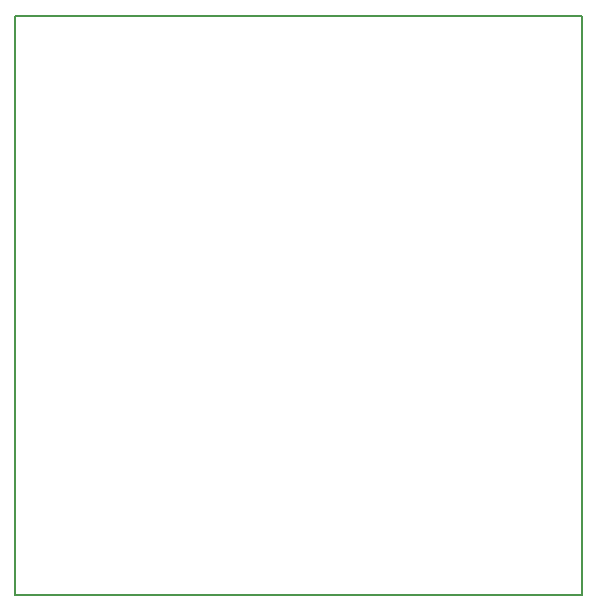
<source format=gbr>
%TF.GenerationSoftware,KiCad,Pcbnew,5.1.6*%
%TF.CreationDate,2020-09-04T20:47:42+02:00*%
%TF.ProjectId,JBC_Nano_Hardware,4a42435f-4e61-46e6-9f5f-486172647761,rev?*%
%TF.SameCoordinates,Original*%
%TF.FileFunction,Profile,NP*%
%FSLAX46Y46*%
G04 Gerber Fmt 4.6, Leading zero omitted, Abs format (unit mm)*
G04 Created by KiCad (PCBNEW 5.1.6) date 2020-09-04 20:47:42*
%MOMM*%
%LPD*%
G01*
G04 APERTURE LIST*
%TA.AperFunction,Profile*%
%ADD10C,0.150000*%
%TD*%
G04 APERTURE END LIST*
D10*
X22860000Y-71628000D02*
X22860000Y-22606000D01*
X70866000Y-71628000D02*
X22860000Y-71628000D01*
X70866000Y-22606000D02*
X70866000Y-71628000D01*
X22860000Y-22606000D02*
X70866000Y-22606000D01*
M02*

</source>
